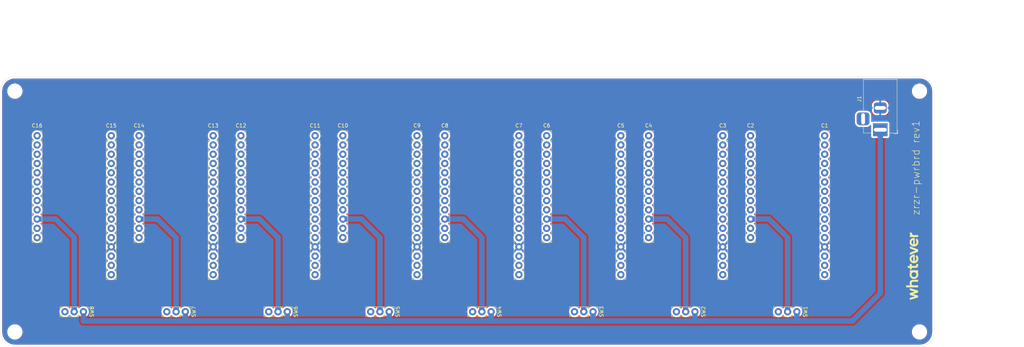
<source format=kicad_pcb>
(kicad_pcb (version 20171130) (host pcbnew "(5.1.6-0-10_14)")
  (layers (0 F.Cu signal hide) (31 B.Cu signal) (35 F.Paste user hide) (37 F.SilkS user hide) (38 B.Mask user) (39 F.Mask user hide) (44 Edge.Cuts user))
  (net 0 "")
  (net 1 /5V)
  (net 2 /GND)
  (net 3 "Net-(SW1-Pad3)")
  (net 4 "Net-(C1-Pad1)")
  (net 5 "Net-(C1-Pad2)")
  (net 6 "Net-(C1-Pad3)")
  (net 7 "Net-(C1-Pad4)")
  (net 8 "Net-(C1-Pad5)")
  (net 9 "Net-(C1-Pad6)")
  (net 10 "Net-(C1-Pad7)")
  (net 11 "Net-(C1-Pad8)")
  (net 12 "Net-(C1-Pad9)")
  (net 13 "Net-(C1-Pad10)")
  (net 14 "Net-(C1-Pad11)")
  (net 15 "Net-(C1-Pad12)")
  (net 16 "Net-(C1-Pad14)")
  (net 17 "Net-(C1-Pad15)")
  (net 18 "Net-(C1-Pad16)")
  (net 19 "Net-(C2-Pad1)")
  (net 20 "Net-(C2-Pad2)")
  (net 21 "Net-(C2-Pad3)")
  (net 22 "Net-(C2-Pad4)")
  (net 23 "Net-(C2-Pad5)")
  (net 24 "Net-(C2-Pad6)")
  (net 25 "Net-(C2-Pad7)")
  (net 26 "Net-(C2-Pad8)")
  (net 27 "Net-(C2-Pad9)")
  (net 28 "Net-(C2-Pad10)")
  (net 29 "Net-(C2-Pad11)")
  (net 30 "Net-(C2-Pad12)")
  (net 31 "Net-(C3-Pad1)")
  (net 32 "Net-(C3-Pad2)")
  (net 33 "Net-(C3-Pad3)")
  (net 34 "Net-(C3-Pad4)")
  (net 35 "Net-(C3-Pad5)")
  (net 36 "Net-(C3-Pad6)")
  (net 37 "Net-(C3-Pad7)")
  (net 38 "Net-(C3-Pad8)")
  (net 39 "Net-(C3-Pad9)")
  (net 40 "Net-(C3-Pad10)")
  (net 41 "Net-(C3-Pad11)")
  (net 42 "Net-(C3-Pad12)")
  (net 43 "Net-(C3-Pad14)")
  (net 44 "Net-(C3-Pad15)")
  (net 45 "Net-(C3-Pad16)")
  (net 46 "Net-(C4-Pad1)")
  (net 47 "Net-(C4-Pad2)")
  (net 48 "Net-(C4-Pad3)")
  (net 49 "Net-(C4-Pad4)")
  (net 50 "Net-(C4-Pad5)")
  (net 51 "Net-(C4-Pad6)")
  (net 52 "Net-(C4-Pad7)")
  (net 53 "Net-(C4-Pad8)")
  (net 54 "Net-(C4-Pad9)")
  (net 55 "Net-(C4-Pad10)")
  (net 56 "Net-(C4-Pad11)")
  (net 57 "Net-(C4-Pad12)")
  (net 58 "Net-(C5-Pad16)")
  (net 59 "Net-(C5-Pad15)")
  (net 60 "Net-(C5-Pad14)")
  (net 61 "Net-(C5-Pad12)")
  (net 62 "Net-(C5-Pad11)")
  (net 63 "Net-(C5-Pad10)")
  (net 64 "Net-(C5-Pad9)")
  (net 65 "Net-(C5-Pad8)")
  (net 66 "Net-(C5-Pad7)")
  (net 67 "Net-(C5-Pad6)")
  (net 68 "Net-(C5-Pad5)")
  (net 69 "Net-(C5-Pad4)")
  (net 70 "Net-(C5-Pad3)")
  (net 71 "Net-(C5-Pad2)")
  (net 72 "Net-(C5-Pad1)")
  (net 73 "Net-(C6-Pad12)")
  (net 74 "Net-(C6-Pad11)")
  (net 75 "Net-(C6-Pad10)")
  (net 76 "Net-(C6-Pad9)")
  (net 77 "Net-(C6-Pad8)")
  (net 78 "Net-(C6-Pad7)")
  (net 79 "Net-(C6-Pad6)")
  (net 80 "Net-(C6-Pad5)")
  (net 81 "Net-(C6-Pad4)")
  (net 82 "Net-(C6-Pad3)")
  (net 83 "Net-(C6-Pad2)")
  (net 84 "Net-(C6-Pad1)")
  (net 85 "Net-(C7-Pad1)")
  (net 86 "Net-(C7-Pad2)")
  (net 87 "Net-(C7-Pad3)")
  (net 88 "Net-(C7-Pad4)")
  (net 89 "Net-(C7-Pad5)")
  (net 90 "Net-(C7-Pad6)")
  (net 91 "Net-(C7-Pad7)")
  (net 92 "Net-(C7-Pad8)")
  (net 93 "Net-(C7-Pad9)")
  (net 94 "Net-(C7-Pad10)")
  (net 95 "Net-(C7-Pad11)")
  (net 96 "Net-(C7-Pad12)")
  (net 97 "Net-(C7-Pad14)")
  (net 98 "Net-(C7-Pad15)")
  (net 99 "Net-(C7-Pad16)")
  (net 100 "Net-(C8-Pad1)")
  (net 101 "Net-(C8-Pad2)")
  (net 102 "Net-(C8-Pad3)")
  (net 103 "Net-(C8-Pad4)")
  (net 104 "Net-(C8-Pad5)")
  (net 105 "Net-(C8-Pad6)")
  (net 106 "Net-(C8-Pad7)")
  (net 107 "Net-(C8-Pad8)")
  (net 108 "Net-(C8-Pad9)")
  (net 109 "Net-(C8-Pad10)")
  (net 110 "Net-(C8-Pad11)")
  (net 111 "Net-(C8-Pad12)")
  (net 112 "Net-(C9-Pad16)")
  (net 113 "Net-(C9-Pad15)")
  (net 114 "Net-(C9-Pad14)")
  (net 115 "Net-(C9-Pad12)")
  (net 116 "Net-(C9-Pad11)")
  (net 117 "Net-(C9-Pad10)")
  (net 118 "Net-(C9-Pad9)")
  (net 119 "Net-(C9-Pad8)")
  (net 120 "Net-(C9-Pad7)")
  (net 121 "Net-(C9-Pad6)")
  (net 122 "Net-(C9-Pad5)")
  (net 123 "Net-(C9-Pad4)")
  (net 124 "Net-(C9-Pad3)")
  (net 125 "Net-(C9-Pad2)")
  (net 126 "Net-(C9-Pad1)")
  (net 127 "Net-(C10-Pad12)")
  (net 128 "Net-(C10-Pad11)")
  (net 129 "Net-(C10-Pad10)")
  (net 130 "Net-(C10-Pad9)")
  (net 131 "Net-(C10-Pad8)")
  (net 132 "Net-(C10-Pad7)")
  (net 133 "Net-(C10-Pad6)")
  (net 134 "Net-(C10-Pad5)")
  (net 135 "Net-(C10-Pad4)")
  (net 136 "Net-(C10-Pad3)")
  (net 137 "Net-(C10-Pad2)")
  (net 138 "Net-(C10-Pad1)")
  (net 139 "Net-(C11-Pad1)")
  (net 140 "Net-(C11-Pad2)")
  (net 141 "Net-(C11-Pad3)")
  (net 142 "Net-(C11-Pad4)")
  (net 143 "Net-(C11-Pad5)")
  (net 144 "Net-(C11-Pad6)")
  (net 145 "Net-(C11-Pad7)")
  (net 146 "Net-(C11-Pad8)")
  (net 147 "Net-(C11-Pad9)")
  (net 148 "Net-(C11-Pad10)")
  (net 149 "Net-(C11-Pad11)")
  (net 150 "Net-(C11-Pad12)")
  (net 151 "Net-(C11-Pad14)")
  (net 152 "Net-(C11-Pad15)")
  (net 153 "Net-(C11-Pad16)")
  (net 154 "Net-(C12-Pad1)")
  (net 155 "Net-(C12-Pad2)")
  (net 156 "Net-(C12-Pad3)")
  (net 157 "Net-(C12-Pad4)")
  (net 158 "Net-(C12-Pad5)")
  (net 159 "Net-(C12-Pad6)")
  (net 160 "Net-(C12-Pad7)")
  (net 161 "Net-(C12-Pad8)")
  (net 162 "Net-(C12-Pad9)")
  (net 163 "Net-(C12-Pad10)")
  (net 164 "Net-(C12-Pad11)")
  (net 165 "Net-(C12-Pad12)")
  (net 166 "Net-(C13-Pad16)")
  (net 167 "Net-(C13-Pad15)")
  (net 168 "Net-(C13-Pad14)")
  (net 169 "Net-(C13-Pad12)")
  (net 170 "Net-(C13-Pad11)")
  (net 171 "Net-(C13-Pad10)")
  (net 172 "Net-(C13-Pad9)")
  (net 173 "Net-(C13-Pad8)")
  (net 174 "Net-(C13-Pad7)")
  (net 175 "Net-(C13-Pad6)")
  (net 176 "Net-(C13-Pad5)")
  (net 177 "Net-(C13-Pad4)")
  (net 178 "Net-(C13-Pad3)")
  (net 179 "Net-(C13-Pad2)")
  (net 180 "Net-(C13-Pad1)")
  (net 181 "Net-(C14-Pad12)")
  (net 182 "Net-(C14-Pad11)")
  (net 183 "Net-(C14-Pad10)")
  (net 184 "Net-(C14-Pad9)")
  (net 185 "Net-(C14-Pad8)")
  (net 186 "Net-(C14-Pad7)")
  (net 187 "Net-(C14-Pad6)")
  (net 188 "Net-(C14-Pad5)")
  (net 189 "Net-(C14-Pad4)")
  (net 190 "Net-(C14-Pad3)")
  (net 191 "Net-(C14-Pad2)")
  (net 192 "Net-(C14-Pad1)")
  (net 193 "Net-(C15-Pad1)")
  (net 194 "Net-(C15-Pad2)")
  (net 195 "Net-(C15-Pad3)")
  (net 196 "Net-(C15-Pad4)")
  (net 197 "Net-(C15-Pad5)")
  (net 198 "Net-(C15-Pad6)")
  (net 199 "Net-(C15-Pad7)")
  (net 200 "Net-(C15-Pad8)")
  (net 201 "Net-(C15-Pad9)")
  (net 202 "Net-(C15-Pad10)")
  (net 203 "Net-(C15-Pad11)")
  (net 204 "Net-(C15-Pad12)")
  (net 205 "Net-(C15-Pad14)")
  (net 206 "Net-(C15-Pad15)")
  (net 207 "Net-(C15-Pad16)")
  (net 208 "Net-(C16-Pad1)")
  (net 209 "Net-(C16-Pad2)")
  (net 210 "Net-(C16-Pad3)")
  (net 211 "Net-(C16-Pad4)")
  (net 212 "Net-(C16-Pad5)")
  (net 213 "Net-(C16-Pad6)")
  (net 214 "Net-(C16-Pad7)")
  (net 215 "Net-(C16-Pad8)")
  (net 216 "Net-(C16-Pad9)")
  (net 217 "Net-(C16-Pad10)")
  (net 218 "Net-(C16-Pad11)")
  (net 219 "Net-(C16-Pad12)")
  (net 220 "Net-(SW2-Pad3)")
  (net 221 "Net-(SW3-Pad3)")
  (net 222 "Net-(SW4-Pad3)")
  (net 223 "Net-(SW5-Pad3)")
  (net 224 "Net-(SW6-Pad3)")
  (net 225 "Net-(SW7-Pad3)")
  (net 226 "Net-(SW8-Pad3)")
  (module Connector_BarrelJack:BarrelJack_Horizontal (layer F.Cu) (at 269.24 74.58 270)
    (fp_text reference J1 (at -8.45 5.75 270) (layer F.SilkS))
    (fp_text value Barrel_Jack)
    (pad 1 thru_hole rect (at 0 0 270) (size 3.5 4) (drill oval 1 3.5) (layers *.Cu *.Mask) (net 1 /5V))
    (pad 2 thru_hole roundrect (at -6 0 270) (size 3 3.5) (drill oval 1 3) (layers *.Cu *.Mask) (net 2 /GND))
    (pad 3 thru_hole roundrect (at -3 4.7 270) (size 3.5 3.5) (drill oval 3 1) (layers *.Cu *.Mask))
  )
  (module Connector_PinSocket_2.54mm:PinSocket_1x16_P2.54mm_Vertical (layer F.Cu) (at 142.24 76.2)
    (fp_text reference C9 (at 0 -2.77) (layer F.SilkS))
    (fp_text value Conn_01x16_Female)
    (pad 16 thru_hole circle (at 0 38.1) (size 2 2) (drill 1) (layers *.Cu *.Mask) (net 112 "Net-(C9-Pad16)"))
    (pad 15 thru_hole circle (at 0 35.56) (size 2 2) (drill 1) (layers *.Cu *.Mask) (net 113 "Net-(C9-Pad15)"))
    (pad 14 thru_hole circle (at 0 33.02) (size 2 2) (drill 1) (layers *.Cu *.Mask) (net 114 "Net-(C9-Pad14)"))
    (pad 13 thru_hole circle (at 0 30.48) (size 2 2) (drill 1) (layers *.Cu *.Mask) (net 2 /GND))
    (pad 12 thru_hole circle (at 0 27.94) (size 2 2) (drill 1) (layers *.Cu *.Mask) (net 115 "Net-(C9-Pad12)"))
    (pad 11 thru_hole circle (at 0 25.4) (size 2 2) (drill 1) (layers *.Cu *.Mask) (net 116 "Net-(C9-Pad11)"))
    (pad 10 thru_hole circle (at 0 22.86) (size 2 2) (drill 1) (layers *.Cu *.Mask) (net 117 "Net-(C9-Pad10)"))
    (pad 9 thru_hole circle (at 0 20.32) (size 2 2) (drill 1) (layers *.Cu *.Mask) (net 118 "Net-(C9-Pad9)"))
    (pad 8 thru_hole circle (at 0 17.78) (size 2 2) (drill 1) (layers *.Cu *.Mask) (net 119 "Net-(C9-Pad8)"))
    (pad 7 thru_hole circle (at 0 15.24) (size 2 2) (drill 1) (layers *.Cu *.Mask) (net 120 "Net-(C9-Pad7)"))
    (pad 6 thru_hole circle (at 0 12.7) (size 2 2) (drill 1) (layers *.Cu *.Mask) (net 121 "Net-(C9-Pad6)"))
    (pad 5 thru_hole circle (at 0 10.16) (size 2 2) (drill 1) (layers *.Cu *.Mask) (net 122 "Net-(C9-Pad5)"))
    (pad 4 thru_hole circle (at 0 7.62) (size 2 2) (drill 1) (layers *.Cu *.Mask) (net 123 "Net-(C9-Pad4)"))
    (pad 3 thru_hole circle (at 0 5.08) (size 2 2) (drill 1) (layers *.Cu *.Mask) (net 124 "Net-(C9-Pad3)"))
    (pad 2 thru_hole circle (at 0 2.54) (size 2 2) (drill 1) (layers *.Cu *.Mask) (net 125 "Net-(C9-Pad2)"))
    (pad 1 thru_hole circle (at 0 0) (size 2 2) (drill 1) (layers *.Cu *.Mask) (net 126 "Net-(C9-Pad1)"))
  )
  (module Connector_PinSocket_2.54mm:PinSocket_1x16_P2.54mm_Vertical (layer F.Cu) (at 254 76.2)
    (fp_text reference C1 (at 0 -2.77) (layer F.SilkS))
    (fp_text value Conn_01x16_Female)
    (pad 16 thru_hole circle (at 0 38.1) (size 2 2) (drill 1) (layers *.Cu *.Mask) (net 18 "Net-(C1-Pad16)"))
    (pad 15 thru_hole circle (at 0 35.56) (size 2 2) (drill 1) (layers *.Cu *.Mask) (net 17 "Net-(C1-Pad15)"))
    (pad 14 thru_hole circle (at 0 33.02) (size 2 2) (drill 1) (layers *.Cu *.Mask) (net 16 "Net-(C1-Pad14)"))
    (pad 13 thru_hole circle (at 0 30.48) (size 2 2) (drill 1) (layers *.Cu *.Mask) (net 2 /GND))
    (pad 12 thru_hole circle (at 0 27.94) (size 2 2) (drill 1) (layers *.Cu *.Mask) (net 15 "Net-(C1-Pad12)"))
    (pad 11 thru_hole circle (at 0 25.4) (size 2 2) (drill 1) (layers *.Cu *.Mask) (net 14 "Net-(C1-Pad11)"))
    (pad 10 thru_hole circle (at 0 22.86) (size 2 2) (drill 1) (layers *.Cu *.Mask) (net 13 "Net-(C1-Pad10)"))
    (pad 9 thru_hole circle (at 0 20.32) (size 2 2) (drill 1) (layers *.Cu *.Mask) (net 12 "Net-(C1-Pad9)"))
    (pad 8 thru_hole circle (at 0 17.78) (size 2 2) (drill 1) (layers *.Cu *.Mask) (net 11 "Net-(C1-Pad8)"))
    (pad 7 thru_hole circle (at 0 15.24) (size 2 2) (drill 1) (layers *.Cu *.Mask) (net 10 "Net-(C1-Pad7)"))
    (pad 6 thru_hole circle (at 0 12.7) (size 2 2) (drill 1) (layers *.Cu *.Mask) (net 9 "Net-(C1-Pad6)"))
    (pad 5 thru_hole circle (at 0 10.16) (size 2 2) (drill 1) (layers *.Cu *.Mask) (net 8 "Net-(C1-Pad5)"))
    (pad 4 thru_hole circle (at 0 7.62) (size 2 2) (drill 1) (layers *.Cu *.Mask) (net 7 "Net-(C1-Pad4)"))
    (pad 3 thru_hole circle (at 0 5.08) (size 2 2) (drill 1) (layers *.Cu *.Mask) (net 6 "Net-(C1-Pad3)"))
    (pad 2 thru_hole circle (at 0 2.54) (size 2 2) (drill 1) (layers *.Cu *.Mask) (net 5 "Net-(C1-Pad2)"))
    (pad 1 thru_hole circle (at 0 0) (size 2 2) (drill 1) (layers *.Cu *.Mask) (net 4 "Net-(C1-Pad1)"))
  )
  (module Connector_PinSocket_2.54mm:PinSocket_1x16_P2.54mm_Vertical (layer F.Cu) (at 226.06 76.2)
    (fp_text reference C3 (at 0 -2.77) (layer F.SilkS))
    (fp_text value Conn_01x16_Female)
    (pad 16 thru_hole circle (at 0 38.1) (size 2 2) (drill 1) (layers *.Cu *.Mask) (net 45 "Net-(C3-Pad16)"))
    (pad 15 thru_hole circle (at 0 35.56) (size 2 2) (drill 1) (layers *.Cu *.Mask) (net 44 "Net-(C3-Pad15)"))
    (pad 14 thru_hole circle (at 0 33.02) (size 2 2) (drill 1) (layers *.Cu *.Mask) (net 43 "Net-(C3-Pad14)"))
    (pad 13 thru_hole circle (at 0 30.48) (size 2 2) (drill 1) (layers *.Cu *.Mask) (net 2 /GND))
    (pad 12 thru_hole circle (at 0 27.94) (size 2 2) (drill 1) (layers *.Cu *.Mask) (net 42 "Net-(C3-Pad12)"))
    (pad 11 thru_hole circle (at 0 25.4) (size 2 2) (drill 1) (layers *.Cu *.Mask) (net 41 "Net-(C3-Pad11)"))
    (pad 10 thru_hole circle (at 0 22.86) (size 2 2) (drill 1) (layers *.Cu *.Mask) (net 40 "Net-(C3-Pad10)"))
    (pad 9 thru_hole circle (at 0 20.32) (size 2 2) (drill 1) (layers *.Cu *.Mask) (net 39 "Net-(C3-Pad9)"))
    (pad 8 thru_hole circle (at 0 17.78) (size 2 2) (drill 1) (layers *.Cu *.Mask) (net 38 "Net-(C3-Pad8)"))
    (pad 7 thru_hole circle (at 0 15.24) (size 2 2) (drill 1) (layers *.Cu *.Mask) (net 37 "Net-(C3-Pad7)"))
    (pad 6 thru_hole circle (at 0 12.7) (size 2 2) (drill 1) (layers *.Cu *.Mask) (net 36 "Net-(C3-Pad6)"))
    (pad 5 thru_hole circle (at 0 10.16) (size 2 2) (drill 1) (layers *.Cu *.Mask) (net 35 "Net-(C3-Pad5)"))
    (pad 4 thru_hole circle (at 0 7.62) (size 2 2) (drill 1) (layers *.Cu *.Mask) (net 34 "Net-(C3-Pad4)"))
    (pad 3 thru_hole circle (at 0 5.08) (size 2 2) (drill 1) (layers *.Cu *.Mask) (net 33 "Net-(C3-Pad3)"))
    (pad 2 thru_hole circle (at 0 2.54) (size 2 2) (drill 1) (layers *.Cu *.Mask) (net 32 "Net-(C3-Pad2)"))
    (pad 1 thru_hole circle (at 0 0) (size 2 2) (drill 1) (layers *.Cu *.Mask) (net 31 "Net-(C3-Pad1)"))
  )
  (module Connector_PinSocket_2.54mm:PinSocket_1x16_P2.54mm_Vertical (layer F.Cu) (at 198.12 76.2)
    (fp_text reference C5 (at 0 -2.77) (layer F.SilkS))
    (fp_text value Conn_01x16_Female)
    (pad 16 thru_hole circle (at 0 38.1) (size 2 2) (drill 1) (layers *.Cu *.Mask) (net 58 "Net-(C5-Pad16)"))
    (pad 15 thru_hole circle (at 0 35.56) (size 2 2) (drill 1) (layers *.Cu *.Mask) (net 59 "Net-(C5-Pad15)"))
    (pad 14 thru_hole circle (at 0 33.02) (size 2 2) (drill 1) (layers *.Cu *.Mask) (net 60 "Net-(C5-Pad14)"))
    (pad 13 thru_hole circle (at 0 30.48) (size 2 2) (drill 1) (layers *.Cu *.Mask) (net 2 /GND))
    (pad 12 thru_hole circle (at 0 27.94) (size 2 2) (drill 1) (layers *.Cu *.Mask) (net 61 "Net-(C5-Pad12)"))
    (pad 11 thru_hole circle (at 0 25.4) (size 2 2) (drill 1) (layers *.Cu *.Mask) (net 62 "Net-(C5-Pad11)"))
    (pad 10 thru_hole circle (at 0 22.86) (size 2 2) (drill 1) (layers *.Cu *.Mask) (net 63 "Net-(C5-Pad10)"))
    (pad 9 thru_hole circle (at 0 20.32) (size 2 2) (drill 1) (layers *.Cu *.Mask) (net 64 "Net-(C5-Pad9)"))
    (pad 8 thru_hole circle (at 0 17.78) (size 2 2) (drill 1) (layers *.Cu *.Mask) (net 65 "Net-(C5-Pad8)"))
    (pad 7 thru_hole circle (at 0 15.24) (size 2 2) (drill 1) (layers *.Cu *.Mask) (net 66 "Net-(C5-Pad7)"))
    (pad 6 thru_hole circle (at 0 12.7) (size 2 2) (drill 1) (layers *.Cu *.Mask) (net 67 "Net-(C5-Pad6)"))
    (pad 5 thru_hole circle (at 0 10.16) (size 2 2) (drill 1) (layers *.Cu *.Mask) (net 68 "Net-(C5-Pad5)"))
    (pad 4 thru_hole circle (at 0 7.62) (size 2 2) (drill 1) (layers *.Cu *.Mask) (net 69 "Net-(C5-Pad4)"))
    (pad 3 thru_hole circle (at 0 5.08) (size 2 2) (drill 1) (layers *.Cu *.Mask) (net 70 "Net-(C5-Pad3)"))
    (pad 2 thru_hole circle (at 0 2.54) (size 2 2) (drill 1) (layers *.Cu *.Mask) (net 71 "Net-(C5-Pad2)"))
    (pad 1 thru_hole circle (at 0 0) (size 2 2) (drill 1) (layers *.Cu *.Mask) (net 72 "Net-(C5-Pad1)"))
  )
  (module Connector_PinSocket_2.54mm:PinSocket_1x16_P2.54mm_Vertical (layer F.Cu) (at 170.18 76.2)
    (fp_text reference C7 (at 0 -2.77) (layer F.SilkS))
    (fp_text value Conn_01x16_Female)
    (pad 16 thru_hole circle (at 0 38.1) (size 2 2) (drill 1) (layers *.Cu *.Mask) (net 99 "Net-(C7-Pad16)"))
    (pad 15 thru_hole circle (at 0 35.56) (size 2 2) (drill 1) (layers *.Cu *.Mask) (net 98 "Net-(C7-Pad15)"))
    (pad 14 thru_hole circle (at 0 33.02) (size 2 2) (drill 1) (layers *.Cu *.Mask) (net 97 "Net-(C7-Pad14)"))
    (pad 13 thru_hole circle (at 0 30.48) (size 2 2) (drill 1) (layers *.Cu *.Mask) (net 2 /GND))
    (pad 12 thru_hole circle (at 0 27.94) (size 2 2) (drill 1) (layers *.Cu *.Mask) (net 96 "Net-(C7-Pad12)"))
    (pad 11 thru_hole circle (at 0 25.4) (size 2 2) (drill 1) (layers *.Cu *.Mask) (net 95 "Net-(C7-Pad11)"))
    (pad 10 thru_hole circle (at 0 22.86) (size 2 2) (drill 1) (layers *.Cu *.Mask) (net 94 "Net-(C7-Pad10)"))
    (pad 9 thru_hole circle (at 0 20.32) (size 2 2) (drill 1) (layers *.Cu *.Mask) (net 93 "Net-(C7-Pad9)"))
    (pad 8 thru_hole circle (at 0 17.78) (size 2 2) (drill 1) (layers *.Cu *.Mask) (net 92 "Net-(C7-Pad8)"))
    (pad 7 thru_hole circle (at 0 15.24) (size 2 2) (drill 1) (layers *.Cu *.Mask) (net 91 "Net-(C7-Pad7)"))
    (pad 6 thru_hole circle (at 0 12.7) (size 2 2) (drill 1) (layers *.Cu *.Mask) (net 90 "Net-(C7-Pad6)"))
    (pad 5 thru_hole circle (at 0 10.16) (size 2 2) (drill 1) (layers *.Cu *.Mask) (net 89 "Net-(C7-Pad5)"))
    (pad 4 thru_hole circle (at 0 7.62) (size 2 2) (drill 1) (layers *.Cu *.Mask) (net 88 "Net-(C7-Pad4)"))
    (pad 3 thru_hole circle (at 0 5.08) (size 2 2) (drill 1) (layers *.Cu *.Mask) (net 87 "Net-(C7-Pad3)"))
    (pad 2 thru_hole circle (at 0 2.54) (size 2 2) (drill 1) (layers *.Cu *.Mask) (net 86 "Net-(C7-Pad2)"))
    (pad 1 thru_hole circle (at 0 0) (size 2 2) (drill 1) (layers *.Cu *.Mask) (net 85 "Net-(C7-Pad1)"))
  )
  (module Connector_PinSocket_2.54mm:PinSocket_1x16_P2.54mm_Vertical (layer F.Cu) (at 114.3 76.2)
    (fp_text reference C11 (at 0 -2.77) (layer F.SilkS))
    (fp_text value Conn_01x16_Female)
    (pad 16 thru_hole circle (at 0 38.1) (size 2 2) (drill 1) (layers *.Cu *.Mask) (net 153 "Net-(C11-Pad16)"))
    (pad 15 thru_hole circle (at 0 35.56) (size 2 2) (drill 1) (layers *.Cu *.Mask) (net 152 "Net-(C11-Pad15)"))
    (pad 14 thru_hole circle (at 0 33.02) (size 2 2) (drill 1) (layers *.Cu *.Mask) (net 151 "Net-(C11-Pad14)"))
    (pad 13 thru_hole circle (at 0 30.48) (size 2 2) (drill 1) (layers *.Cu *.Mask) (net 2 /GND))
    (pad 12 thru_hole circle (at 0 27.94) (size 2 2) (drill 1) (layers *.Cu *.Mask) (net 150 "Net-(C11-Pad12)"))
    (pad 11 thru_hole circle (at 0 25.4) (size 2 2) (drill 1) (layers *.Cu *.Mask) (net 149 "Net-(C11-Pad11)"))
    (pad 10 thru_hole circle (at 0 22.86) (size 2 2) (drill 1) (layers *.Cu *.Mask) (net 148 "Net-(C11-Pad10)"))
    (pad 9 thru_hole circle (at 0 20.32) (size 2 2) (drill 1) (layers *.Cu *.Mask) (net 147 "Net-(C11-Pad9)"))
    (pad 8 thru_hole circle (at 0 17.78) (size 2 2) (drill 1) (layers *.Cu *.Mask) (net 146 "Net-(C11-Pad8)"))
    (pad 7 thru_hole circle (at 0 15.24) (size 2 2) (drill 1) (layers *.Cu *.Mask) (net 145 "Net-(C11-Pad7)"))
    (pad 6 thru_hole circle (at 0 12.7) (size 2 2) (drill 1) (layers *.Cu *.Mask) (net 144 "Net-(C11-Pad6)"))
    (pad 5 thru_hole circle (at 0 10.16) (size 2 2) (drill 1) (layers *.Cu *.Mask) (net 143 "Net-(C11-Pad5)"))
    (pad 4 thru_hole circle (at 0 7.62) (size 2 2) (drill 1) (layers *.Cu *.Mask) (net 142 "Net-(C11-Pad4)"))
    (pad 3 thru_hole circle (at 0 5.08) (size 2 2) (drill 1) (layers *.Cu *.Mask) (net 141 "Net-(C11-Pad3)"))
    (pad 2 thru_hole circle (at 0 2.54) (size 2 2) (drill 1) (layers *.Cu *.Mask) (net 140 "Net-(C11-Pad2)"))
    (pad 1 thru_hole circle (at 0 0) (size 2 2) (drill 1) (layers *.Cu *.Mask) (net 139 "Net-(C11-Pad1)"))
  )
  (module Connector_PinSocket_2.54mm:PinSocket_1x16_P2.54mm_Vertical (layer F.Cu) (at 86.36 76.2)
    (fp_text reference C13 (at 0 -2.77) (layer F.SilkS))
    (fp_text value Conn_01x16_Female)
    (pad 16 thru_hole circle (at 0 38.1) (size 2 2) (drill 1) (layers *.Cu *.Mask) (net 166 "Net-(C13-Pad16)"))
    (pad 15 thru_hole circle (at 0 35.56) (size 2 2) (drill 1) (layers *.Cu *.Mask) (net 167 "Net-(C13-Pad15)"))
    (pad 14 thru_hole circle (at 0 33.02) (size 2 2) (drill 1) (layers *.Cu *.Mask) (net 168 "Net-(C13-Pad14)"))
    (pad 13 thru_hole circle (at 0 30.48) (size 2 2) (drill 1) (layers *.Cu *.Mask) (net 2 /GND))
    (pad 12 thru_hole circle (at 0 27.94) (size 2 2) (drill 1) (layers *.Cu *.Mask) (net 169 "Net-(C13-Pad12)"))
    (pad 11 thru_hole circle (at 0 25.4) (size 2 2) (drill 1) (layers *.Cu *.Mask) (net 170 "Net-(C13-Pad11)"))
    (pad 10 thru_hole circle (at 0 22.86) (size 2 2) (drill 1) (layers *.Cu *.Mask) (net 171 "Net-(C13-Pad10)"))
    (pad 9 thru_hole circle (at 0 20.32) (size 2 2) (drill 1) (layers *.Cu *.Mask) (net 172 "Net-(C13-Pad9)"))
    (pad 8 thru_hole circle (at 0 17.78) (size 2 2) (drill 1) (layers *.Cu *.Mask) (net 173 "Net-(C13-Pad8)"))
    (pad 7 thru_hole circle (at 0 15.24) (size 2 2) (drill 1) (layers *.Cu *.Mask) (net 174 "Net-(C13-Pad7)"))
    (pad 6 thru_hole circle (at 0 12.7) (size 2 2) (drill 1) (layers *.Cu *.Mask) (net 175 "Net-(C13-Pad6)"))
    (pad 5 thru_hole circle (at 0 10.16) (size 2 2) (drill 1) (layers *.Cu *.Mask) (net 176 "Net-(C13-Pad5)"))
    (pad 4 thru_hole circle (at 0 7.62) (size 2 2) (drill 1) (layers *.Cu *.Mask) (net 177 "Net-(C13-Pad4)"))
    (pad 3 thru_hole circle (at 0 5.08) (size 2 2) (drill 1) (layers *.Cu *.Mask) (net 178 "Net-(C13-Pad3)"))
    (pad 2 thru_hole circle (at 0 2.54) (size 2 2) (drill 1) (layers *.Cu *.Mask) (net 179 "Net-(C13-Pad2)"))
    (pad 1 thru_hole circle (at 0 0) (size 2 2) (drill 1) (layers *.Cu *.Mask) (net 180 "Net-(C13-Pad1)"))
  )
  (module Connector_PinSocket_2.54mm:PinSocket_1x16_P2.54mm_Vertical (layer F.Cu) (at 58.42 76.2)
    (fp_text reference C15 (at 0 -2.77) (layer F.SilkS))
    (fp_text value Conn_01x16_Female)
    (pad 16 thru_hole circle (at 0 38.1) (size 2 2) (drill 1) (layers *.Cu *.Mask) (net 207 "Net-(C15-Pad16)"))
    (pad 15 thru_hole circle (at 0 35.56) (size 2 2) (drill 1) (layers *.Cu *.Mask) (net 206 "Net-(C15-Pad15)"))
    (pad 14 thru_hole circle (at 0 33.02) (size 2 2) (drill 1) (layers *.Cu *.Mask) (net 205 "Net-(C15-Pad14)"))
    (pad 13 thru_hole circle (at 0 30.48) (size 2 2) (drill 1) (layers *.Cu *.Mask) (net 2 /GND))
    (pad 12 thru_hole circle (at 0 27.94) (size 2 2) (drill 1) (layers *.Cu *.Mask) (net 204 "Net-(C15-Pad12)"))
    (pad 11 thru_hole circle (at 0 25.4) (size 2 2) (drill 1) (layers *.Cu *.Mask) (net 203 "Net-(C15-Pad11)"))
    (pad 10 thru_hole circle (at 0 22.86) (size 2 2) (drill 1) (layers *.Cu *.Mask) (net 202 "Net-(C15-Pad10)"))
    (pad 9 thru_hole circle (at 0 20.32) (size 2 2) (drill 1) (layers *.Cu *.Mask) (net 201 "Net-(C15-Pad9)"))
    (pad 8 thru_hole circle (at 0 17.78) (size 2 2) (drill 1) (layers *.Cu *.Mask) (net 200 "Net-(C15-Pad8)"))
    (pad 7 thru_hole circle (at 0 15.24) (size 2 2) (drill 1) (layers *.Cu *.Mask) (net 199 "Net-(C15-Pad7)"))
    (pad 6 thru_hole circle (at 0 12.7) (size 2 2) (drill 1) (layers *.Cu *.Mask) (net 198 "Net-(C15-Pad6)"))
    (pad 5 thru_hole circle (at 0 10.16) (size 2 2) (drill 1) (layers *.Cu *.Mask) (net 197 "Net-(C15-Pad5)"))
    (pad 4 thru_hole circle (at 0 7.62) (size 2 2) (drill 1) (layers *.Cu *.Mask) (net 196 "Net-(C15-Pad4)"))
    (pad 3 thru_hole circle (at 0 5.08) (size 2 2) (drill 1) (layers *.Cu *.Mask) (net 195 "Net-(C15-Pad3)"))
    (pad 2 thru_hole circle (at 0 2.54) (size 2 2) (drill 1) (layers *.Cu *.Mask) (net 194 "Net-(C15-Pad2)"))
    (pad 1 thru_hole circle (at 0 0) (size 2 2) (drill 1) (layers *.Cu *.Mask) (net 193 "Net-(C15-Pad1)"))
  )
  (module whatever:whatever_20mm (layer F.Cu) (at 278 112 90)
    (fp_text reference G*** hide)
    (fp_text value LOGO hide)
  )
  (module Connector_PinHeader_2.54mm:PinHeader_1x03_P2.54mm_Vertical (layer F.Cu) (at 162.56 124.46 270)
    (fp_text reference SW4 (at 0 -2.33 90) (layer F.SilkS))
    (fp_text value SS12D01G4)
    (pad 3 thru_hole circle (at 0 5.08 270) (size 2 2) (drill 1) (layers *.Cu *.Mask) (net 222 "Net-(SW4-Pad3)"))
    (pad 2 thru_hole circle (at 0 2.54 270) (size 2 2) (drill 1) (layers *.Cu *.Mask) (net 109 "Net-(C8-Pad10)"))
    (pad 1 thru_hole circle (at 0 0 270) (size 2 2) (drill 1) (layers *.Cu *.Mask) (net 1 /5V))
  )
  (module Connector_PinHeader_2.54mm:PinHeader_1x03_P2.54mm_Vertical (layer F.Cu) (at 246.38 124.46 270)
    (fp_text reference SW1 (at 0 -2.33 90) (layer F.SilkS))
    (fp_text value SS12D01G4)
    (pad 3 thru_hole circle (at 0 5.08 270) (size 2 2) (drill 1) (layers *.Cu *.Mask) (net 3 "Net-(SW1-Pad3)"))
    (pad 2 thru_hole circle (at 0 2.54 270) (size 2 2) (drill 1) (layers *.Cu *.Mask) (net 28 "Net-(C2-Pad10)"))
    (pad 1 thru_hole circle (at 0 0 270) (size 2 2) (drill 1) (layers *.Cu *.Mask) (net 1 /5V))
  )
  (module Connector_PinHeader_2.54mm:PinHeader_1x03_P2.54mm_Vertical (layer F.Cu) (at 218.44 124.46 270)
    (fp_text reference SW2 (at 0 -2.33 90) (layer F.SilkS))
    (fp_text value SS12D01G4)
    (pad 3 thru_hole circle (at 0 5.08 270) (size 2 2) (drill 1) (layers *.Cu *.Mask) (net 220 "Net-(SW2-Pad3)"))
    (pad 2 thru_hole circle (at 0 2.54 270) (size 2 2) (drill 1) (layers *.Cu *.Mask) (net 55 "Net-(C4-Pad10)"))
    (pad 1 thru_hole circle (at 0 0 270) (size 2 2) (drill 1) (layers *.Cu *.Mask) (net 1 /5V))
  )
  (module Connector_PinHeader_2.54mm:PinHeader_1x03_P2.54mm_Vertical (layer F.Cu) (at 190.5 124.46 270)
    (fp_text reference SW3 (at 0 -2.33 90) (layer F.SilkS))
    (fp_text value SS12D01G4)
    (pad 3 thru_hole circle (at 0 5.08 270) (size 2 2) (drill 1) (layers *.Cu *.Mask) (net 221 "Net-(SW3-Pad3)"))
    (pad 2 thru_hole circle (at 0 2.54 270) (size 2 2) (drill 1) (layers *.Cu *.Mask) (net 75 "Net-(C6-Pad10)"))
    (pad 1 thru_hole circle (at 0 0 270) (size 2 2) (drill 1) (layers *.Cu *.Mask) (net 1 /5V))
  )
  (module Connector_PinHeader_2.54mm:PinHeader_1x03_P2.54mm_Vertical (layer F.Cu) (at 134.62 124.46 270)
    (fp_text reference SW5 (at 0 -2.33 90) (layer F.SilkS))
    (fp_text value SS12D01G4)
    (pad 3 thru_hole circle (at 0 5.08 270) (size 2 2) (drill 1) (layers *.Cu *.Mask) (net 223 "Net-(SW5-Pad3)"))
    (pad 2 thru_hole circle (at 0 2.54 270) (size 2 2) (drill 1) (layers *.Cu *.Mask) (net 129 "Net-(C10-Pad10)"))
    (pad 1 thru_hole circle (at 0 0 270) (size 2 2) (drill 1) (layers *.Cu *.Mask) (net 1 /5V))
  )
  (module Connector_PinHeader_2.54mm:PinHeader_1x03_P2.54mm_Vertical (layer F.Cu) (at 106.68 124.46 270)
    (fp_text reference SW6 (at 0 -2.33 90) (layer F.SilkS))
    (fp_text value SS12D01G4)
    (pad 3 thru_hole circle (at 0 5.08 270) (size 2 2) (drill 1) (layers *.Cu *.Mask) (net 224 "Net-(SW6-Pad3)"))
    (pad 2 thru_hole circle (at 0 2.54 270) (size 2 2) (drill 1) (layers *.Cu *.Mask) (net 163 "Net-(C12-Pad10)"))
    (pad 1 thru_hole circle (at 0 0 270) (size 2 2) (drill 1) (layers *.Cu *.Mask) (net 1 /5V))
  )
  (module Connector_PinHeader_2.54mm:PinHeader_1x03_P2.54mm_Vertical (layer F.Cu) (at 78.74 124.46 270)
    (fp_text reference SW7 (at 0 -2.33 90) (layer F.SilkS))
    (fp_text value SS12D01G4)
    (pad 3 thru_hole circle (at 0 5.08 270) (size 2 2) (drill 1) (layers *.Cu *.Mask) (net 225 "Net-(SW7-Pad3)"))
    (pad 2 thru_hole circle (at 0 2.54 270) (size 2 2) (drill 1) (layers *.Cu *.Mask) (net 183 "Net-(C14-Pad10)"))
    (pad 1 thru_hole circle (at 0 0 270) (size 2 2) (drill 1) (layers *.Cu *.Mask) (net 1 /5V))
  )
  (module Connector_PinHeader_2.54mm:PinHeader_1x03_P2.54mm_Vertical (layer F.Cu) (at 50.8 124.46 270)
    (fp_text reference SW8 (at 0 -2.33 90) (layer F.SilkS))
    (fp_text value SS12D01G4)
    (pad 3 thru_hole circle (at 0 5.08 270) (size 2 2) (drill 1) (layers *.Cu *.Mask) (net 226 "Net-(SW8-Pad3)"))
    (pad 2 thru_hole circle (at 0 2.54 270) (size 2 2) (drill 1) (layers *.Cu *.Mask) (net 217 "Net-(C16-Pad10)"))
    (pad 1 thru_hole circle (at 0 0 270) (size 2 2) (drill 1) (layers *.Cu *.Mask) (net 1 /5V))
  )
  (module Connector_PinSocket_2.54mm:PinSocket_1x12_P2.54mm_Vertical (layer F.Cu) (at 177.8 76.2)
    (fp_text reference C6 (at 0 -2.77) (layer F.SilkS))
    (fp_text value Conn_01x12_Female)
    (pad 12 thru_hole circle (at 0 27.94) (size 2 2) (drill 1) (layers *.Cu *.Mask) (net 73 "Net-(C6-Pad12)"))
    (pad 11 thru_hole circle (at 0 25.4) (size 2 2) (drill 1) (layers *.Cu *.Mask) (net 74 "Net-(C6-Pad11)"))
    (pad 10 thru_hole circle (at 0 22.86) (size 2 2) (drill 1) (layers *.Cu *.Mask) (net 75 "Net-(C6-Pad10)"))
    (pad 9 thru_hole circle (at 0 20.32) (size 2 2) (drill 1) (layers *.Cu *.Mask) (net 76 "Net-(C6-Pad9)"))
    (pad 8 thru_hole circle (at 0 17.78) (size 2 2) (drill 1) (layers *.Cu *.Mask) (net 77 "Net-(C6-Pad8)"))
    (pad 7 thru_hole circle (at 0 15.24) (size 2 2) (drill 1) (layers *.Cu *.Mask) (net 78 "Net-(C6-Pad7)"))
    (pad 6 thru_hole circle (at 0 12.7) (size 2 2) (drill 1) (layers *.Cu *.Mask) (net 79 "Net-(C6-Pad6)"))
    (pad 5 thru_hole circle (at 0 10.16) (size 2 2) (drill 1) (layers *.Cu *.Mask) (net 80 "Net-(C6-Pad5)"))
    (pad 4 thru_hole circle (at 0 7.62) (size 2 2) (drill 1) (layers *.Cu *.Mask) (net 81 "Net-(C6-Pad4)"))
    (pad 3 thru_hole circle (at 0 5.08) (size 2 2) (drill 1) (layers *.Cu *.Mask) (net 82 "Net-(C6-Pad3)"))
    (pad 2 thru_hole circle (at 0 2.54) (size 2 2) (drill 1) (layers *.Cu *.Mask) (net 83 "Net-(C6-Pad2)"))
    (pad 1 thru_hole circle (at 0 0) (size 2 2) (drill 1) (layers *.Cu *.Mask) (net 84 "Net-(C6-Pad1)"))
  )
  (module Connector_PinSocket_2.54mm:PinSocket_1x12_P2.54mm_Vertical (layer F.Cu) (at 149.86 76.2)
    (fp_text reference C8 (at 0 -2.77) (layer F.SilkS))
    (fp_text value Conn_01x12_Female)
    (pad 12 thru_hole circle (at 0 27.94) (size 2 2) (drill 1) (layers *.Cu *.Mask) (net 111 "Net-(C8-Pad12)"))
    (pad 11 thru_hole circle (at 0 25.4) (size 2 2) (drill 1) (layers *.Cu *.Mask) (net 110 "Net-(C8-Pad11)"))
    (pad 10 thru_hole circle (at 0 22.86) (size 2 2) (drill 1) (layers *.Cu *.Mask) (net 109 "Net-(C8-Pad10)"))
    (pad 9 thru_hole circle (at 0 20.32) (size 2 2) (drill 1) (layers *.Cu *.Mask) (net 108 "Net-(C8-Pad9)"))
    (pad 8 thru_hole circle (at 0 17.78) (size 2 2) (drill 1) (layers *.Cu *.Mask) (net 107 "Net-(C8-Pad8)"))
    (pad 7 thru_hole circle (at 0 15.24) (size 2 2) (drill 1) (layers *.Cu *.Mask) (net 106 "Net-(C8-Pad7)"))
    (pad 6 thru_hole circle (at 0 12.7) (size 2 2) (drill 1) (layers *.Cu *.Mask) (net 105 "Net-(C8-Pad6)"))
    (pad 5 thru_hole circle (at 0 10.16) (size 2 2) (drill 1) (layers *.Cu *.Mask) (net 104 "Net-(C8-Pad5)"))
    (pad 4 thru_hole circle (at 0 7.62) (size 2 2) (drill 1) (layers *.Cu *.Mask) (net 103 "Net-(C8-Pad4)"))
    (pad 3 thru_hole circle (at 0 5.08) (size 2 2) (drill 1) (layers *.Cu *.Mask) (net 102 "Net-(C8-Pad3)"))
    (pad 2 thru_hole circle (at 0 2.54) (size 2 2) (drill 1) (layers *.Cu *.Mask) (net 101 "Net-(C8-Pad2)"))
    (pad 1 thru_hole circle (at 0 0) (size 2 2) (drill 1) (layers *.Cu *.Mask) (net 100 "Net-(C8-Pad1)"))
  )
  (module Connector_PinSocket_2.54mm:PinSocket_1x12_P2.54mm_Vertical (layer F.Cu) (at 233.68 76.2)
    (fp_text reference C2 (at 0 -2.77) (layer F.SilkS))
    (fp_text value Conn_01x12_Female)
    (pad 12 thru_hole circle (at 0 27.94) (size 2 2) (drill 1) (layers *.Cu *.Mask) (net 30 "Net-(C2-Pad12)"))
    (pad 11 thru_hole circle (at 0 25.4) (size 2 2) (drill 1) (layers *.Cu *.Mask) (net 29 "Net-(C2-Pad11)"))
    (pad 10 thru_hole circle (at 0 22.86) (size 2 2) (drill 1) (layers *.Cu *.Mask) (net 28 "Net-(C2-Pad10)"))
    (pad 9 thru_hole circle (at 0 20.32) (size 2 2) (drill 1) (layers *.Cu *.Mask) (net 27 "Net-(C2-Pad9)"))
    (pad 8 thru_hole circle (at 0 17.78) (size 2 2) (drill 1) (layers *.Cu *.Mask) (net 26 "Net-(C2-Pad8)"))
    (pad 7 thru_hole circle (at 0 15.24) (size 2 2) (drill 1) (layers *.Cu *.Mask) (net 25 "Net-(C2-Pad7)"))
    (pad 6 thru_hole circle (at 0 12.7) (size 2 2) (drill 1) (layers *.Cu *.Mask) (net 24 "Net-(C2-Pad6)"))
    (pad 5 thru_hole circle (at 0 10.16) (size 2 2) (drill 1) (layers *.Cu *.Mask) (net 23 "Net-(C2-Pad5)"))
    (pad 4 thru_hole circle (at 0 7.62) (size 2 2) (drill 1) (layers *.Cu *.Mask) (net 22 "Net-(C2-Pad4)"))
    (pad 3 thru_hole circle (at 0 5.08) (size 2 2) (drill 1) (layers *.Cu *.Mask) (net 21 "Net-(C2-Pad3)"))
    (pad 2 thru_hole circle (at 0 2.54) (size 2 2) (drill 1) (layers *.Cu *.Mask) (net 20 "Net-(C2-Pad2)"))
    (pad 1 thru_hole circle (at 0 0) (size 2 2) (drill 1) (layers *.Cu *.Mask) (net 19 "Net-(C2-Pad1)"))
  )
  (module Connector_PinSocket_2.54mm:PinSocket_1x12_P2.54mm_Vertical (layer F.Cu) (at 205.74 76.2)
    (fp_text reference C4 (at 0 -2.77) (layer F.SilkS))
    (fp_text value Conn_01x12_Female)
    (pad 12 thru_hole circle (at 0 27.94) (size 2 2) (drill 1) (layers *.Cu *.Mask) (net 57 "Net-(C4-Pad12)"))
    (pad 11 thru_hole circle (at 0 25.4) (size 2 2) (drill 1) (layers *.Cu *.Mask) (net 56 "Net-(C4-Pad11)"))
    (pad 10 thru_hole circle (at 0 22.86) (size 2 2) (drill 1) (layers *.Cu *.Mask) (net 55 "Net-(C4-Pad10)"))
    (pad 9 thru_hole circle (at 0 20.32) (size 2 2) (drill 1) (layers *.Cu *.Mask) (net 54 "Net-(C4-Pad9)"))
    (pad 8 thru_hole circle (at 0 17.78) (size 2 2) (drill 1) (layers *.Cu *.Mask) (net 53 "Net-(C4-Pad8)"))
    (pad 7 thru_hole circle (at 0 15.24) (size 2 2) (drill 1) (layers *.Cu *.Mask) (net 52 "Net-(C4-Pad7)"))
    (pad 6 thru_hole circle (at 0 12.7) (size 2 2) (drill 1) (layers *.Cu *.Mask) (net 51 "Net-(C4-Pad6)"))
    (pad 5 thru_hole circle (at 0 10.16) (size 2 2) (drill 1) (layers *.Cu *.Mask) (net 50 "Net-(C4-Pad5)"))
    (pad 4 thru_hole circle (at 0 7.62) (size 2 2) (drill 1) (layers *.Cu *.Mask) (net 49 "Net-(C4-Pad4)"))
    (pad 3 thru_hole circle (at 0 5.08) (size 2 2) (drill 1) (layers *.Cu *.Mask) (net 48 "Net-(C4-Pad3)"))
    (pad 2 thru_hole circle (at 0 2.54) (size 2 2) (drill 1) (layers *.Cu *.Mask) (net 47 "Net-(C4-Pad2)"))
    (pad 1 thru_hole circle (at 0 0) (size 2 2) (drill 1) (layers *.Cu *.Mask) (net 46 "Net-(C4-Pad1)"))
  )
  (module Connector_PinSocket_2.54mm:PinSocket_1x12_P2.54mm_Vertical (layer F.Cu) (at 121.92 76.2)
    (fp_text reference C10 (at 0 -2.77) (layer F.SilkS))
    (fp_text value Conn_01x12_Female)
    (pad 12 thru_hole circle (at 0 27.94) (size 2 2) (drill 1) (layers *.Cu *.Mask) (net 127 "Net-(C10-Pad12)"))
    (pad 11 thru_hole circle (at 0 25.4) (size 2 2) (drill 1) (layers *.Cu *.Mask) (net 128 "Net-(C10-Pad11)"))
    (pad 10 thru_hole circle (at 0 22.86) (size 2 2) (drill 1) (layers *.Cu *.Mask) (net 129 "Net-(C10-Pad10)"))
    (pad 9 thru_hole circle (at 0 20.32) (size 2 2) (drill 1) (layers *.Cu *.Mask) (net 130 "Net-(C10-Pad9)"))
    (pad 8 thru_hole circle (at 0 17.78) (size 2 2) (drill 1) (layers *.Cu *.Mask) (net 131 "Net-(C10-Pad8)"))
    (pad 7 thru_hole circle (at 0 15.24) (size 2 2) (drill 1) (layers *.Cu *.Mask) (net 132 "Net-(C10-Pad7)"))
    (pad 6 thru_hole circle (at 0 12.7) (size 2 2) (drill 1) (layers *.Cu *.Mask) (net 133 "Net-(C10-Pad6)"))
    (pad 5 thru_hole circle (at 0 10.16) (size 2 2) (drill 1) (layers *.Cu *.Mask) (net 134 "Net-(C10-Pad5)"))
    (pad 4 thru_hole circle (at 0 7.62) (size 2 2) (drill 1) (layers *.Cu *.Mask) (net 135 "Net-(C10-Pad4)"))
    (pad 3 thru_hole circle (at 0 5.08) (size 2 2) (drill 1) (layers *.Cu *.Mask) (net 136 "Net-(C10-Pad3)"))
    (pad 2 thru_hole circle (at 0 2.54) (size 2 2) (drill 1) (layers *.Cu *.Mask) (net 137 "Net-(C10-Pad2)"))
    (pad 1 thru_hole circle (at 0 0) (size 2 2) (drill 1) (layers *.Cu *.Mask) (net 138 "Net-(C10-Pad1)"))
  )
  (module Connector_PinSocket_2.54mm:PinSocket_1x12_P2.54mm_Vertical (layer F.Cu) (at 93.98 76.2)
    (fp_text reference C12 (at 0 -2.77) (layer F.SilkS))
    (fp_text value Conn_01x12_Female)
    (pad 12 thru_hole circle (at 0 27.94) (size 2 2) (drill 1) (layers *.Cu *.Mask) (net 165 "Net-(C12-Pad12)"))
    (pad 11 thru_hole circle (at 0 25.4) (size 2 2) (drill 1) (layers *.Cu *.Mask) (net 164 "Net-(C12-Pad11)"))
    (pad 10 thru_hole circle (at 0 22.86) (size 2 2) (drill 1) (layers *.Cu *.Mask) (net 163 "Net-(C12-Pad10)"))
    (pad 9 thru_hole circle (at 0 20.32) (size 2 2) (drill 1) (layers *.Cu *.Mask) (net 162 "Net-(C12-Pad9)"))
    (pad 8 thru_hole circle (at 0 17.78) (size 2 2) (drill 1) (layers *.Cu *.Mask) (net 161 "Net-(C12-Pad8)"))
    (pad 7 thru_hole circle (at 0 15.24) (size 2 2) (drill 1) (layers *.Cu *.Mask) (net 160 "Net-(C12-Pad7)"))
    (pad 6 thru_hole circle (at 0 12.7) (size 2 2) (drill 1) (layers *.Cu *.Mask) (net 159 "Net-(C12-Pad6)"))
    (pad 5 thru_hole circle (at 0 10.16) (size 2 2) (drill 1) (layers *.Cu *.Mask) (net 158 "Net-(C12-Pad5)"))
    (pad 4 thru_hole circle (at 0 7.62) (size 2 2) (drill 1) (layers *.Cu *.Mask) (net 157 "Net-(C12-Pad4)"))
    (pad 3 thru_hole circle (at 0 5.08) (size 2 2) (drill 1) (layers *.Cu *.Mask) (net 156 "Net-(C12-Pad3)"))
    (pad 2 thru_hole circle (at 0 2.54) (size 2 2) (drill 1) (layers *.Cu *.Mask) (net 155 "Net-(C12-Pad2)"))
    (pad 1 thru_hole circle (at 0 0) (size 2 2) (drill 1) (layers *.Cu *.Mask) (net 154 "Net-(C12-Pad1)"))
  )
  (module Connector_PinSocket_2.54mm:PinSocket_1x12_P2.54mm_Vertical (layer F.Cu) (at 66.04 76.2)
    (fp_text reference C14 (at 0 -2.77) (layer F.SilkS))
    (fp_text value Conn_01x12_Female)
    (pad 12 thru_hole circle (at 0 27.94) (size 2 2) (drill 1) (layers *.Cu *.Mask) (net 181 "Net-(C14-Pad12)"))
    (pad 11 thru_hole circle (at 0 25.4) (size 2 2) (drill 1) (layers *.Cu *.Mask) (net 182 "Net-(C14-Pad11)"))
    (pad 10 thru_hole circle (at 0 22.86) (size 2 2) (drill 1) (layers *.Cu *.Mask) (net 183 "Net-(C14-Pad10)"))
    (pad 9 thru_hole circle (at 0 20.32) (size 2 2) (drill 1) (layers *.Cu *.Mask) (net 184 "Net-(C14-Pad9)"))
    (pad 8 thru_hole circle (at 0 17.78) (size 2 2) (drill 1) (layers *.Cu *.Mask) (net 185 "Net-(C14-Pad8)"))
    (pad 7 thru_hole circle (at 0 15.24) (size 2 2) (drill 1) (layers *.Cu *.Mask) (net 186 "Net-(C14-Pad7)"))
    (pad 6 thru_hole circle (at 0 12.7) (size 2 2) (drill 1) (layers *.Cu *.Mask) (net 187 "Net-(C14-Pad6)"))
    (pad 5 thru_hole circle (at 0 10.16) (size 2 2) (drill 1) (layers *.Cu *.Mask) (net 188 "Net-(C14-Pad5)"))
    (pad 4 thru_hole circle (at 0 7.62) (size 2 2) (drill 1) (layers *.Cu *.Mask) (net 189 "Net-(C14-Pad4)"))
    (pad 3 thru_hole circle (at 0 5.08) (size 2 2) (drill 1) (layers *.Cu *.Mask) (net 190 "Net-(C14-Pad3)"))
    (pad 2 thru_hole circle (at 0 2.54) (size 2 2) (drill 1) (layers *.Cu *.Mask) (net 191 "Net-(C14-Pad2)"))
    (pad 1 thru_hole circle (at 0 0) (size 2 2) (drill 1) (layers *.Cu *.Mask) (net 192 "Net-(C14-Pad1)"))
  )
  (module Connector_PinSocket_2.54mm:PinSocket_1x12_P2.54mm_Vertical (layer F.Cu) (at 38.1 76.2)
    (fp_text reference C16 (at 0 -2.77) (layer F.SilkS))
    (fp_text value Conn_01x12_Female)
    (pad 12 thru_hole circle (at 0 27.94) (size 2 2) (drill 1) (layers *.Cu *.Mask) (net 219 "Net-(C16-Pad12)"))
    (pad 11 thru_hole circle (at 0 25.4) (size 2 2) (drill 1) (layers *.Cu *.Mask) (net 218 "Net-(C16-Pad11)"))
    (pad 10 thru_hole circle (at 0 22.86) (size 2 2) (drill 1) (layers *.Cu *.Mask) (net 217 "Net-(C16-Pad10)"))
    (pad 9 thru_hole circle (at 0 20.32) (size 2 2) (drill 1) (layers *.Cu *.Mask) (net 216 "Net-(C16-Pad9)"))
    (pad 8 thru_hole circle (at 0 17.78) (size 2 2) (drill 1) (layers *.Cu *.Mask) (net 215 "Net-(C16-Pad8)"))
    (pad 7 thru_hole circle (at 0 15.24) (size 2 2) (drill 1) (layers *.Cu *.Mask) (net 214 "Net-(C16-Pad7)"))
    (pad 6 thru_hole circle (at 0 12.7) (size 2 2) (drill 1) (layers *.Cu *.Mask) (net 213 "Net-(C16-Pad6)"))
    (pad 5 thru_hole circle (at 0 10.16) (size 2 2) (drill 1) (layers *.Cu *.Mask) (net 212 "Net-(C16-Pad5)"))
    (pad 4 thru_hole circle (at 0 7.62) (size 2 2) (drill 1) (layers *.Cu *.Mask) (net 211 "Net-(C16-Pad4)"))
    (pad 3 thru_hole circle (at 0 5.08) (size 2 2) (drill 1) (layers *.Cu *.Mask) (net 210 "Net-(C16-Pad3)"))
    (pad 2 thru_hole circle (at 0 2.54) (size 2 2) (drill 1) (layers *.Cu *.Mask) (net 209 "Net-(C16-Pad2)"))
    (pad 1 thru_hole circle (at 0 0) (size 2 2) (drill 1) (layers *.Cu *.Mask) (net 208 "Net-(C16-Pad1)"))
  )
  (module MountingHole:MountingHole_3.2mm_M3 (layer F.Cu) (at 32 64)
    (fp_text reference REF** hide)
    (fp_text value MountingHole_3.2mm_M3)
    (pad 1 np_thru_hole circle (at 0 0) (size 3.2 3.2) (drill 3.2) (layers *.Cu *.Mask))
  )
  (module MountingHole:MountingHole_3.2mm_M3 (layer F.Cu) (at 32 130)
    (fp_text reference REF** hide)
    (fp_text value MountingHole_3.2mm_M3)
    (pad 1 np_thru_hole circle (at 0 0) (size 3.2 3.2) (drill 3.2) (layers *.Cu *.Mask))
  )
  (module MountingHole:MountingHole_3.2mm_M3 (layer F.Cu) (at 280 130)
    (fp_text reference REF** hide)
    (fp_text value MountingHole_3.2mm_M3)
    (pad 1 np_thru_hole circle (at 0 0) (size 3.2 3.2) (drill 3.2) (layers *.Cu *.Mask))
  )
  (module MountingHole:MountingHole_3.2mm_M3 (layer F.Cu) (at 280 64)
    (fp_text reference REF** hide)
    (fp_text value MountingHole_3.2mm_M3)
    (pad 1 np_thru_hole circle (at 0 0) (size 3.2 3.2) (drill 3.2) (layers *.Cu *.Mask))
  )
  (gr_line (start 270.49 75.06) (end 267.99 75.06) (layer Edge.Cuts) (width 0.05))
  (gr_line (start 267.99 74.06) (end 270.49 74.06) (layer Edge.Cuts) (width 0.05))
  (gr_line (start 265.05 70.59) (end 265.05 72.59) (layer Edge.Cuts) (width 0.05))
  (gr_arc (start 264.55 70.59) (end 265.05 70.59) (angle -180) (layer Edge.Cuts) (width 0.05))
  (gr_line (start 264.05 72.59) (end 264.05 70.59) (layer Edge.Cuts) (width 0.05))
  (gr_arc (start 264.55 72.59) (end 264.05 72.59) (angle -180) (layer Edge.Cuts) (width 0.05))
  (gr_arc (start 270.49 74.56) (end 270.49 75.06) (angle -180) (layer Edge.Cuts) (width 0.05))
  (gr_arc (start 267.99 74.56) (end 267.99 74.06) (angle -180) (layer Edge.Cuts) (width 0.05))
  (gr_line (start 270.22 69.09) (end 268.22 69.09) (layer Edge.Cuts) (width 0.05))
  (gr_line (start 268.22 68.09) (end 270.22 68.09) (layer Edge.Cuts) (width 0.05))
  (gr_arc (start 270.22 68.59) (end 270.22 69.09) (angle -180) (layer Edge.Cuts) (width 0.05))
  (gr_arc (start 268.22 68.59) (end 268.22 68.09) (angle -180) (layer Edge.Cuts) (width 0.05))
  (gr_text "zrzr-pwrbrd rev1" (at 279 85 90) (layer F.SilkS) (effects (font (size 2 2))))
  (gr_arc (start 32 64) (end 32 60) (angle -90) (layer Edge.Cuts) (width 0.05))
  (gr_arc (start 32 130) (end 28 130) (angle -90) (layer Edge.Cuts) (width 0.05))
  (gr_arc (start 280 130) (end 280 134) (angle -90) (layer Edge.Cuts) (width 0.05))
  (gr_arc (start 280 64) (end 284 64) (angle -90) (layer Edge.Cuts) (width 0.05))
  (gr_line (start 284 64) (end 284 130) (layer Edge.Cuts) (width 0.05))
  (gr_line (start 32 60) (end 280 60) (layer Edge.Cuts) (width 0.05))
  (gr_line (start 28 130) (end 28 64) (layer Edge.Cuts) (width 0.05))
  (gr_line (start 280 134) (end 32 134) (layer Edge.Cuts) (width 0.05))
  (segment (start 269.24 74.58) (end 269.24 119.38) (width 1.5) (layer B.Cu) (net 1))
  (segment (start 269.24 119.38) (end 261.62 127) (width 1.5) (layer B.Cu) (net 1))
  (segment (start 246.38 124.46) (end 246.38 127) (width 1.5) (layer B.Cu) (net 1))
  (segment (start 218.44 124.46) (end 218.44 127) (width 1.5) (layer B.Cu) (net 1))
  (segment (start 190.5 124.46) (end 190.5 127) (width 1.5) (layer B.Cu) (net 1))
  (segment (start 50.8 124.46) (end 50.8 127) (width 1.5) (layer B.Cu) (net 1))
  (segment (start 106.68 127) (end 106.649988 127.030012) (width 1.5) (layer B.Cu) (net 1))
  (segment (start 106.68 124.46) (end 106.68 127) (width 1.5) (layer B.Cu) (net 1))
  (segment (start 78.74 127) (end 78.770012 127.030012) (width 1.5) (layer B.Cu) (net 1))
  (segment (start 78.74 124.46) (end 78.74 127) (width 1.5) (layer B.Cu) (net 1))
  (segment (start 134.62 124.46) (end 134.62 127) (width 1.5) (layer B.Cu) (net 1))
  (segment (start 162.56 124.46) (end 162.56 127) (width 1.5) (layer B.Cu) (net 1))
  (segment (start 162.56 127) (end 261.62 127) (width 1.5) (layer B.Cu) (net 1))
  (segment (start 50.8 127) (end 162.56 127) (width 1.5) (layer B.Cu) (net 1))
  (segment (start 233.68 99.06) (end 238.76 99.06) (width 1.5) (layer B.Cu) (net 28))
  (segment (start 243.84 104.14) (end 243.84 124.46) (width 1.5) (layer B.Cu) (net 28))
  (segment (start 238.76 99.06) (end 243.84 104.14) (width 1.5) (layer B.Cu) (net 28))
  (segment (start 205.74 99.06) (end 210.82 99.06) (width 1.5) (layer B.Cu) (net 55))
  (segment (start 215.9 104.14) (end 215.9 124.46) (width 1.5) (layer B.Cu) (net 55))
  (segment (start 210.82 99.06) (end 215.9 104.14) (width 1.5) (layer B.Cu) (net 55))
  (segment (start 177.8 99.06) (end 182.88 99.06) (width 1.5) (layer B.Cu) (net 75))
  (segment (start 182.88 99.06) (end 187.96 104.14) (width 1.5) (layer B.Cu) (net 75))
  (segment (start 187.96 104.14) (end 187.96 124.46) (width 1.5) (layer B.Cu) (net 75))
  (segment (start 149.86 99.06) (end 154.94 99.06) (width 1.5) (layer B.Cu) (net 109))
  (segment (start 160.02 104.14) (end 160.02 124.46) (width 1.5) (layer B.Cu) (net 109))
  (segment (start 154.94 99.06) (end 160.02 104.14) (width 1.5) (layer B.Cu) (net 109))
  (segment (start 121.92 99.06) (end 127 99.06) (width 1.5) (layer B.Cu) (net 129))
  (segment (start 132.08 104.14) (end 132.08 124.46) (width 1.5) (layer B.Cu) (net 129))
  (segment (start 127 99.06) (end 132.08 104.14) (width 1.5) (layer B.Cu) (net 129))
  (segment (start 93.98 99.06) (end 99.06 99.06) (width 1.5) (layer B.Cu) (net 163))
  (segment (start 104.14 104.14) (end 104.14 124.46) (width 1.5) (layer B.Cu) (net 163))
  (segment (start 99.06 99.06) (end 104.14 104.14) (width 1.5) (layer B.Cu) (net 163))
  (segment (start 66.04 99.06) (end 71.12 99.06) (width 1.5) (layer B.Cu) (net 183))
  (segment (start 71.12 99.06) (end 76.2 104.14) (width 1.5) (layer B.Cu) (net 183))
  (segment (start 76.2 124.46) (end 76.2 104.14) (width 1.5) (layer B.Cu) (net 183))
  (segment (start 38.1 99.06) (end 43.18 99.06) (width 1.5) (layer B.Cu) (net 217))
  (segment (start 48.26 104.14) (end 48.26 124.46) (width 1.5) (layer B.Cu) (net 217))
  (segment (start 43.18 99.06) (end 48.26 104.14) (width 1.5) (layer B.Cu) (net 217))
  (zone (net 2) (net_name /GND) (layer B.Cu) (connect_pads (clearance 0.508)) (min_thickness 0.254) (fill yes (arc_segments 32) (thermal_gap 0.508) (thermal_bridge_width 0.508) (smoothing chamfer) (radius 1))
    (polygon (pts (xy 284 134) (xy 28 134) (xy 28 60) (xy 284 60)))
  )
  (zone (net 0) (net_name "") (layer F.Cu) (connect_pads (clearance 0.508)) (min_thickness 0.254) (fill yes (arc_segments 32) (thermal_gap 0.508) (thermal_bridge_width 0.508))
    (polygon (pts (xy 284 134) (xy 28 134) (xy 28 60) (xy 284 60)))
  )
)
</source>
